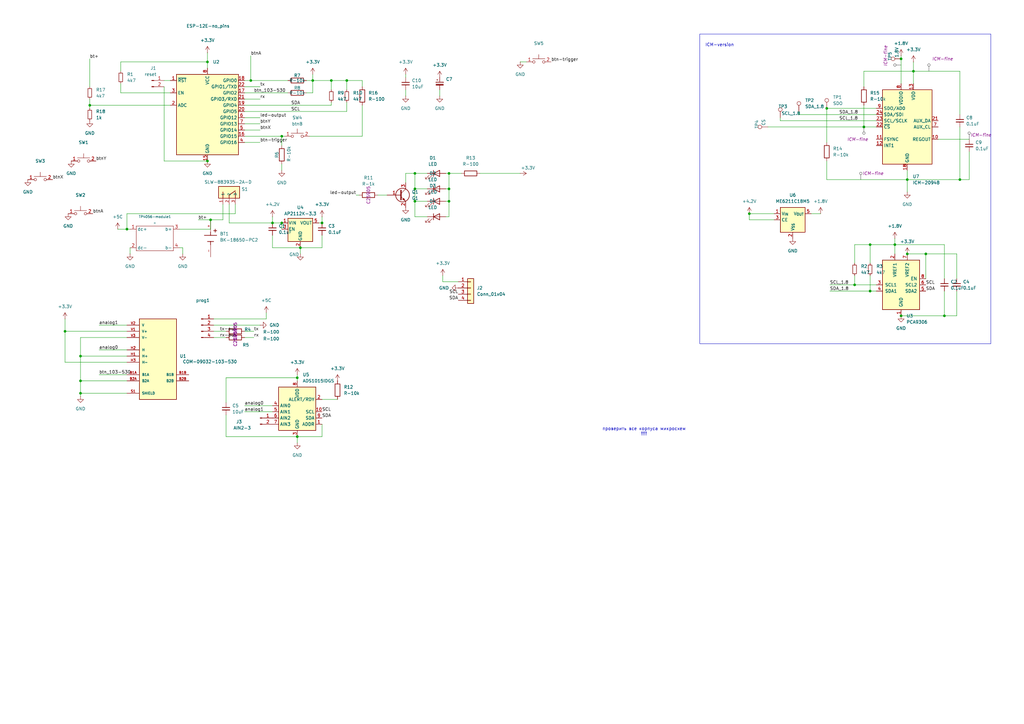
<source format=kicad_sch>
(kicad_sch (version 20231120) (generator "eeschema") (generator_version "8.0")
  (paper "A3")
  (junction (at 115.57 91.44))
  (junction (at 132.08 91.44))
  (junction (at 356.87 100.33))
  (junction (at 121.92 179.07))
  (junction (at 33.02 146.05))
  (junction (at 170.18 82.55))
  (junction (at 33.02 156.21))
  (junction (at 115.57 55.88))
  (junction (at 85.09 25.4))
  (junction (at 102.87 33.02))
  (junction (at 372.11 104.14))
  (junction (at 85.09 66.04))
  (junction (at 184.15 71.12))
  (junction (at 369.57 129.54))
  (junction (at 354.33 52.07))
  (junction (at 356.87 119.38))
  (junction (at 111.76 91.44))
  (junction (at 184.15 77.47))
  (junction (at 121.92 154.94))
  (junction (at 36.83 43.18))
  (junction (at 184.15 82.55))
  (junction (at 339.09 44.45))
  (junction (at 374.65 29.21))
  (junction (at 307.34 87.63))
  (junction (at 170.18 71.12))
  (junction (at 393.7 73.66))
  (junction (at 372.11 73.66))
  (junction (at 350.52 116.84))
  (junction (at 123.19 101.6))
  (junction (at 170.18 77.47))
  (junction (at 86.36 90.17))
  (junction (at 128.27 33.02))
  (junction (at 26.67 135.89))
  (junction (at 33.02 161.29))
  (junction (at 135.89 33.02))
  (junction (at 367.03 100.33))
  (junction (at 142.24 33.02))
  (junction (at 387.35 129.54))
  (junction (at 369.57 24.13))
  (junction (at 52.07 93.98))
  (junction (at 379.73 104.14))
  (wire (pts (xy 393.7 52.07) (xy 393.7 73.66)))
  (wire (pts (xy 100.33 38.1) (xy 118.11 38.1)))
  (wire (pts (xy 121.92 154.94) (xy 121.92 156.21)))
  (wire (pts (xy 166.37 30.48) (xy 166.37 31.75)))
  (wire (pts (xy 115.57 91.44) (xy 115.57 93.98)))
  (wire (pts (xy 379.73 114.3) (xy 379.73 104.14)))
  (wire (pts (xy 393.7 73.66) (xy 372.11 73.66)))
  (wire (pts (xy 96.52 87.63) (xy 96.52 83.82)))
  (wire (pts (xy 128.27 38.1) (xy 128.27 33.02)))
  (wire (pts (xy 100.33 43.18) (xy 135.89 43.18)))
  (wire (pts (xy 184.15 71.12) (xy 182.88 71.12)))
  (wire (pts (xy 33.02 138.43) (xy 52.07 138.43)))
  (wire (pts (xy 397.51 62.23) (xy 397.51 73.66)))
  (wire (pts (xy 170.18 71.12) (xy 175.26 71.12)))
  (wire (pts (xy 132.08 88.9) (xy 132.08 91.44)))
  (wire (pts (xy 85.09 21.59) (xy 85.09 25.4)))
  (wire (pts (xy 142.24 33.02) (xy 135.89 33.02)))
  (wire (pts (xy 181.61 115.57) (xy 187.96 115.57)))
  (wire (pts (xy 354.33 43.18) (xy 354.33 52.07)))
  (wire (pts (xy 367.03 97.79) (xy 367.03 100.33)))
  (wire (pts (xy 85.09 25.4) (xy 85.09 27.94)))
  (wire (pts (xy 393.7 46.99) (xy 393.7 29.21)))
  (wire (pts (xy 125.73 33.02) (xy 128.27 33.02)))
  (wire (pts (xy 339.09 66.04) (xy 339.09 73.66)))
  (wire (pts (xy 307.34 90.17) (xy 307.34 87.63)))
  (wire (pts (xy 182.88 88.9) (xy 184.15 88.9)))
  (wire (pts (xy 142.24 45.72) (xy 142.24 41.91)))
  (wire (pts (xy 369.57 22.86) (xy 369.57 24.13)))
  (wire (pts (xy 135.89 43.18) (xy 135.89 41.91)))
  (wire (pts (xy 123.19 104.14) (xy 123.19 101.6)))
  (wire (pts (xy 339.09 58.42) (xy 339.09 44.45)))
  (wire (pts (xy 73.66 93.98) (xy 86.36 93.98)))
  (wire (pts (xy 354.33 52.07) (xy 359.41 52.07)))
  (wire (pts (xy 49.53 29.21) (xy 49.53 25.4)))
  (wire (pts (xy 36.83 43.18) (xy 69.85 43.18)))
  (wire (pts (xy 350.52 100.33) (xy 356.87 100.33)))
  (wire (pts (xy 387.35 129.54) (xy 369.57 129.54)))
  (wire (pts (xy 184.15 71.12) (xy 184.15 77.47)))
  (wire (pts (xy 332.74 87.63) (xy 336.55 87.63)))
  (wire (pts (xy 327.66 46.99) (xy 359.41 46.99)))
  (wire (pts (xy 374.65 29.21) (xy 374.65 34.29)))
  (wire (pts (xy 354.33 29.21) (xy 354.33 35.56)))
  (wire (pts (xy 100.33 166.37) (xy 111.76 166.37)))
  (wire (pts (xy 33.02 162.56) (xy 33.02 161.29)))
  (wire (pts (xy 74.93 101.6) (xy 74.93 104.14)))
  (wire (pts (xy 111.76 88.9) (xy 111.76 91.44)))
  (wire (pts (xy 109.22 130.81) (xy 87.63 130.81)))
  (wire (pts (xy 67.31 35.56) (xy 67.31 66.04)))
  (wire (pts (xy 374.65 25.4) (xy 374.65 29.21)))
  (wire (pts (xy 379.73 104.14) (xy 372.11 104.14)))
  (wire (pts (xy 33.02 146.05) (xy 52.07 146.05)))
  (wire (pts (xy 93.98 91.44) (xy 93.98 83.82)))
  (wire (pts (xy 102.87 22.86) (xy 102.87 33.02)))
  (wire (pts (xy 339.09 44.45) (xy 359.41 44.45)))
  (wire (pts (xy 146.05 80.01) (xy 147.32 80.01)))
  (wire (pts (xy 91.44 90.17) (xy 91.44 83.82)))
  (wire (pts (xy 93.98 91.44) (xy 111.76 91.44)))
  (wire (pts (xy 182.88 82.55) (xy 184.15 82.55)))
  (wire (pts (xy 387.35 119.38) (xy 387.35 129.54)))
  (wire (pts (xy 372.11 73.66) (xy 372.11 78.74)))
  (wire (pts (xy 350.52 113.03) (xy 350.52 116.84)))
  (wire (pts (xy 392.43 129.54) (xy 387.35 129.54)))
  (wire (pts (xy 132.08 179.07) (xy 121.92 179.07)))
  (wire (pts (xy 49.53 25.4) (xy 85.09 25.4)))
  (wire (pts (xy 170.18 82.55) (xy 175.26 82.55)))
  (wire (pts (xy 33.02 146.05) (xy 33.02 156.21)))
  (wire (pts (xy 26.67 130.81) (xy 26.67 135.89)))
  (wire (pts (xy 102.87 33.02) (xy 118.11 33.02)))
  (wire (pts (xy 387.35 114.3) (xy 387.35 100.33)))
  (wire (pts (xy 170.18 82.55) (xy 170.18 77.47)))
  (wire (pts (xy 384.81 57.15) (xy 397.51 57.15)))
  (wire (pts (xy 392.43 114.3) (xy 392.43 104.14)))
  (wire (pts (xy 111.76 91.44) (xy 115.57 91.44)))
  (wire (pts (xy 125.73 38.1) (xy 128.27 38.1)))
  (wire (pts (xy 181.61 113.03) (xy 181.61 115.57)))
  (wire (pts (xy 314.96 52.07) (xy 354.33 52.07)))
  (wire (pts (xy 367.03 100.33) (xy 367.03 104.14)))
  (wire (pts (xy 106.68 50.8) (xy 100.33 50.8)))
  (wire (pts (xy 52.07 93.98) (xy 53.34 93.98)))
  (wire (pts (xy 106.68 48.26) (xy 100.33 48.26)))
  (wire (pts (xy 115.57 67.31) (xy 115.57 69.85)))
  (wire (pts (xy 100.33 58.42) (xy 106.68 58.42)))
  (wire (pts (xy 67.31 33.02) (xy 69.85 33.02)))
  (wire (pts (xy 132.08 91.44) (xy 130.81 91.44)))
  (wire (pts (xy 49.53 34.29) (xy 49.53 38.1)))
  (wire (pts (xy 170.18 77.47) (xy 170.18 71.12)))
  (wire (pts (xy 100.33 45.72) (xy 142.24 45.72)))
  (wire (pts (xy 40.64 153.67) (xy 52.07 153.67)))
  (wire (pts (xy 111.76 96.52) (xy 111.76 101.6)))
  (wire (pts (xy 166.37 74.93) (xy 166.37 71.12)))
  (wire (pts (xy 115.57 59.69) (xy 115.57 55.88)))
  (wire (pts (xy 26.67 148.59) (xy 52.07 148.59)))
  (wire (pts (xy 121.92 179.07) (xy 121.92 181.61)))
  (wire (pts (xy 175.26 77.47) (xy 170.18 77.47)))
  (wire (pts (xy 73.66 101.6) (xy 74.93 101.6)))
  (wire (pts (xy 340.36 119.38) (xy 356.87 119.38)))
  (wire (pts (xy 356.87 113.03) (xy 356.87 119.38)))
  (wire (pts (xy 369.57 24.13) (xy 369.57 34.29)))
  (wire (pts (xy 53.34 104.14) (xy 53.34 101.6)))
  (wire (pts (xy 356.87 100.33) (xy 367.03 100.33)))
  (wire (pts (xy 121.92 153.67) (xy 121.92 154.94)))
  (wire (pts (xy 26.67 135.89) (xy 26.67 148.59)))
  (wire (pts (xy 392.43 119.38) (xy 392.43 129.54)))
  (wire (pts (xy 170.18 88.9) (xy 170.18 82.55)))
  (wire (pts (xy 128.27 33.02) (xy 128.27 30.48)))
  (wire (pts (xy 142.24 36.83) (xy 142.24 33.02)))
  (wire (pts (xy 166.37 36.83) (xy 166.37 39.37)))
  (wire (pts (xy 106.68 35.56) (xy 100.33 35.56)))
  (wire (pts (xy 184.15 82.55) (xy 184.15 77.47)))
  (wire (pts (xy 356.87 119.38) (xy 359.41 119.38)))
  (wire (pts (xy 148.59 55.88) (xy 127 55.88)))
  (wire (pts (xy 48.26 93.98) (xy 52.07 93.98)))
  (wire (pts (xy 36.83 43.18) (xy 36.83 44.45)))
  (wire (pts (xy 148.59 43.18) (xy 148.59 55.88)))
  (wire (pts (xy 33.02 161.29) (xy 33.02 156.21)))
  (wire (pts (xy 87.63 138.43) (xy 92.71 138.43)))
  (wire (pts (xy 132.08 163.83) (xy 138.43 163.83)))
  (wire (pts (xy 350.52 116.84) (xy 359.41 116.84)))
  (wire (pts (xy 372.11 69.85) (xy 372.11 73.66)))
  (wire (pts (xy 196.85 71.12) (xy 213.36 71.12)))
  (wire (pts (xy 387.35 100.33) (xy 367.03 100.33)))
  (wire (pts (xy 26.67 135.89) (xy 52.07 135.89)))
  (wire (pts (xy 86.36 90.17) (xy 86.36 93.98)))
  (wire (pts (xy 132.08 101.6) (xy 123.19 101.6)))
  (wire (pts (xy 52.07 87.63) (xy 96.52 87.63)))
  (wire (pts (xy 213.36 25.4) (xy 215.9 25.4)))
  (wire (pts (xy 132.08 96.52) (xy 132.08 101.6)))
  (wire (pts (xy 52.07 93.98) (xy 52.07 87.63)))
  (wire (pts (xy 100.33 168.91) (xy 111.76 168.91)))
  (wire (pts (xy 148.59 35.56) (xy 148.59 33.02)))
  (wire (pts (xy 40.64 133.35) (xy 52.07 133.35)))
  (wire (pts (xy 340.36 116.84) (xy 350.52 116.84)))
  (wire (pts (xy 354.33 29.21) (xy 374.65 29.21)))
  (wire (pts (xy 100.33 138.43) (xy 104.14 138.43)))
  (wire (pts (xy 33.02 156.21) (xy 52.07 156.21)))
  (wire (pts (xy 184.15 82.55) (xy 184.15 88.9)))
  (wire (pts (xy 128.27 33.02) (xy 135.89 33.02)))
  (wire (pts (xy 392.43 104.14) (xy 379.73 104.14)))
  (wire (pts (xy 109.22 128.27) (xy 109.22 130.81)))
  (wire (pts (xy 132.08 173.99) (xy 132.08 179.07)))
  (wire (pts (xy 339.09 73.66) (xy 372.11 73.66)))
  (wire (pts (xy 307.34 87.63) (xy 317.5 87.63)))
  (wire (pts (xy 393.7 29.21) (xy 374.65 29.21)))
  (wire (pts (xy 81.28 90.17) (xy 86.36 90.17)))
  (wire (pts (xy 135.89 36.83) (xy 135.89 33.02)))
  (wire (pts (xy 102.87 33.02) (xy 100.33 33.02)))
  (wire (pts (xy 180.34 36.83) (xy 180.34 39.37)))
  (wire (pts (xy 86.36 90.17) (xy 91.44 90.17)))
  (wire (pts (xy 92.71 179.07) (xy 121.92 179.07)))
  (wire (pts (xy 36.83 24.13) (xy 36.83 35.56)))
  (wire (pts (xy 92.71 170.18) (xy 92.71 179.07)))
  (wire (pts (xy 106.68 53.34) (xy 100.33 53.34)))
  (wire (pts (xy 327.66 46.99) (xy 327.66 45.72)))
  (wire (pts (xy 36.83 40.64) (xy 36.83 43.18)))
  (wire (pts (xy 175.26 88.9) (xy 170.18 88.9)))
  (wire (pts (xy 148.59 33.02) (xy 142.24 33.02)))
  (wire (pts (xy 106.68 40.64) (xy 100.33 40.64)))
  (wire (pts (xy 116.84 55.88) (xy 115.57 55.88)))
  (wire (pts (xy 397.51 73.66) (xy 393.7 73.66)))
  (wire (pts (xy 166.37 71.12) (xy 170.18 71.12)))
  (wire (pts (xy 320.04 48.26) (xy 320.04 49.53)))
  (wire (pts (xy 33.02 138.43) (xy 33.02 146.05)))
  (wire (pts (xy 189.23 71.12) (xy 184.15 71.12)))
  (wire (pts (xy 87.63 133.35) (xy 106.68 133.35)))
  (wire (pts (xy 33.02 161.29) (xy 52.07 161.29)))
  (wire (pts (xy 356.87 100.33) (xy 356.87 107.95)))
  (wire (pts (xy 87.63 135.89) (xy 92.71 135.89)))
  (wire (pts (xy 92.71 165.1) (xy 92.71 154.94)))
  (wire (pts (xy 350.52 107.95) (xy 350.52 100.33)))
  (wire (pts (xy 317.5 90.17) (xy 307.34 90.17)))
  (wire (pts (xy 100.33 135.89) (xy 104.14 135.89)))
  (wire (pts (xy 111.76 101.6) (xy 123.19 101.6)))
  (wire (pts (xy 92.71 154.94) (xy 121.92 154.94)))
  (wire (pts (xy 115.57 55.88) (xy 100.33 55.88)))
  (wire (pts (xy 49.53 38.1) (xy 69.85 38.1)))
  (wire (pts (xy 40.64 143.51) (xy 52.07 143.51)))
  (wire (pts (xy 320.04 49.53) (xy 359.41 49.53)))
  (wire (pts (xy 184.15 77.47) (xy 182.88 77.47)))
  (wire (pts (xy 67.31 66.04) (xy 85.09 66.04)))
  (wire (pts (xy 154.94 80.01) (xy 158.75 80.01)))
  (rectangle (start 287.02 13.97) (end 406.4 140.97))
  (text "проверить все корпуса микросхем\n!!!!" (at 264.16 177.038 0) (effects (font (size 1.27 1.27))))
  (text "ICM-version" (at 295.148 18.542 0) (effects (font (size 1.27 1.27))))
  (label "btn_103-530" (at 104.14 38.1 0))
  (label "btnA" (at 102.87 22.86 0))
  (label "SCL_1.8" (at 344.17 49.53 0))
  (label "btnA" (at 38.1 87.63 0))
  (label "SCL" (at 379.73 116.84 0))
  (label "SDA" (at 119.38 43.18 0))
  (label "led-output" (at 146.05 80.01 180))
  (label "tx" (at 106.68 35.56 0))
  (label "btnY" (at 106.68 50.8 0))
  (label "bt+" (at 36.83 24.13 0))
  (label "led-output" (at 106.68 48.26 0))
  (label "SDA" (at 379.73 119.38 0))
  (label "SDA_1.8" (at 340.36 119.38 0))
  (label "analog1" (at 100.33 168.91 0))
  (label "SDA" (at 187.96 123.19 180))
  (label "btnX" (at 21.59 73.66 0))
  (label "tx-out" (at 90.17 135.89 0))
  (label "btn_103-530" (at 40.64 153.67 0))
  (label "bt+" (at 81.28 90.17 0))
  (label "tx" (at 104.14 135.89 0))
  (label "analog0" (at 100.33 166.37 0))
  (label "SDA" (at 132.08 171.45 0))
  (label "rx" (at 106.68 40.64 0))
  (label "analog1" (at 40.64 133.35 0))
  (label "rx" (at 104.14 138.43 0))
  (label "SDA_1.8" (at 344.17 46.99 0))
  (label "rx-out" (at 90.17 138.43 0))
  (label "btn-trigger" (at 106.68 58.42 0))
  (label "btnX" (at 106.68 53.34 0))
  (label "SCL" (at 187.96 120.65 180))
  (label "btnY" (at 39.37 66.04 0))
  (label "btn-trigger" (at 226.06 25.4 0))
  (label "SCL" (at 132.08 168.91 0))
  (label "SCL" (at 119.38 45.72 0))
  (label "analog0" (at 40.64 143.51 0))
  (label "SCL_1.8" (at 340.36 116.84 0))
  (netclass_flag "" (length 2.54) (shape round) (at 354.33 52.07 180) (property "Netclass" "ICM-fine" (at 356.108 57.15 0) (effects (font (italic yes)) (justify right))))
  (netclass_flag "" (length 2.54) (shape round) (at 397.51 57.15 0) (property "Netclass" "ICM-fine" (at 398.018 55.372 0) (effects (font (italic yes)) (justify left))))
  (netclass_flag "" (length 2.54) (shape round) (at 369.57 26.67 90) (property "Netclass" "ICM-fine" (at 363.22 27.178 90) (effects (font (italic yes)) (justify left))))
  (netclass_flag "" (length 2.54) (shape round) (at 381 29.21 0) (property "Netclass" "ICM-fine" (at 382.27 24.13 0) (effects (font (italic yes)) (justify left))))
  (netclass_flag "" (length 2.54) (shape round) (at 353.06 73.66 0) (property "Netclass" "ICM-fine" (at 353.7585 71.12 0) (effects (font (italic yes)) (justify left))))
  (symbol (lib_id "Device:C_Polarized_Small") (at 180.34 34.29 0) (unit 1)
    (property "Reference" "C7" (at 182.88 32.4738 0) (effects (justify left)))
    (property "Value" "0.1uF" (effects (hide yes)))
    (property "Footprint" "Resistor_SMD:R_0805_2012Metric_Pad1.20x1.40mm_HandSolder" (effects (hide yes)))
    (property "Description" "Polarized capacitor, small symbol" (effects (hide yes)))
  )
  (symbol (lib_id "power:+3.3V") (at 372.11 104.14 0) (unit 1)
    (property "Reference" "#PWR016" (effects (hide yes)))
    (property "Value" "+3.3V" (at 372.11 99.06 0))
    (property "Description" "Power symbol creates a global label with name \"+3.3V\"" (effects (hide yes)))
  )
  (symbol (lib_id "power:GND") (at 372.11 78.74 0) (unit 1)
    (property "Reference" "#PWR036" (effects (hide yes)))
    (property "Value" "GND" (at 372.11 83.82 0))
    (property "Description" "Power symbol creates a global label with name \"GND\" , ground" (effects (hide yes)))
  )
  (symbol (lib_id "models:R-10k") (at 121.92 33.02 90) (unit 1)
    (property "Reference" "R7" (at 121.92 30.988 90))
    (property "Value" "R-10k" (at 121.92 33.02 90))
    (property "Footprint" "Resistor_SMD:R_0805_2012Metric_Pad1.20x1.40mm_HandSolder" (effects (hide yes)))
    (property "Description" "Resistor" (effects (hide yes)))
    (property "LCSC Part" "C17414" (effects (hide yes)))
    (property "Supplier" "LCSCRef" (effects (hide yes)))
    (property "JLCPCB Part" "C17414" (effects (hide yes)))
  )
  (symbol (lib_id "power:+3.3V") (at 180.34 31.75 0) (unit 1)
    (property "Reference" "#PWR025" (effects (hide yes)))
    (property "Value" "+3.3V" (at 180.34 26.67 0))
    (property "Description" "Power symbol creates a global label with name \"+3.3V\"" (effects (hide yes)))
  )
  (symbol (lib_id "models:R-10k") (at 193.04 71.12 90) (unit 1)
    (property "Reference" "R13" (at 193.04 64.77 90))
    (property "Value" "R-100" (at 193.04 67.31 90))
    (property "Footprint" "Resistor_SMD:R_0805_2012Metric_Pad1.20x1.40mm_HandSolder" (effects (hide yes)))
    (property "Description" "Resistor" (effects (hide yes)))
    (property "JLCPCB Part" "C17414" (effects (hide yes)))
  )
  (symbol (lib_id "Connector:Conn_01x02_Pin") (at 106.68 171.45 0) (unit 1)
    (property "Reference" "J3" (at 98.044 172.974 0))
    (property "Value" "AIN2-3" (at 99.314 175.514 0))
    (property "Footprint" "Connector_PinHeader_2.54mm:PinHeader_2x01_P2.54mm_Vertical" (effects (hide yes)))
    (property "Description" "Generic connector, single row, 01x02, script generated" (effects (hide yes)))
  )
  (symbol (lib_id "models:MMBT5551-npn") (at 163.83 80.01 0) (unit 1)
    (property "Reference" "Q1" (at 168.91 78.7399 0) (effects (justify left)))
    (property "Value" "G1" (at 168.91 81.2799 0) (effects (justify left)))
    (property "Footprint" "Package_TO_SOT_SMD:SOT-23" (effects (hide yes)))
    (property "Datasheet" "www.onsemi.com/pub/Collateral/MMBT5550LT1-D.PDF" (effects (hide yes)))
    (property "Description" "160V 300mW 200@10mA,5V 600mA NPN SOT-23 Bipolar (BJT) ROHS" (effects (hide yes)))
    (property "LCSC Part" "C2145" (effects (hide yes)))
    (property "Supplier" "LCSCRef" (effects (hide yes)))
    (property "JLCPCB Part" "C2145" (effects (hide yes)))
  )
  (symbol (lib_id "power:GND") (at 166.37 39.37 0) (unit 1)
    (property "Reference" "#PWR039" (effects (hide yes)))
    (property "Value" "GND" (at 166.37 44.45 0))
    (property "Description" "Power symbol creates a global label with name \"GND\" , ground" (effects (hide yes)))
  )
  (symbol (lib_id "power:+3.3V") (at 367.03 97.79 0) (unit 1)
    (property "Reference" "#PWR014" (effects (hide yes)))
    (property "Value" "+1.8V" (at 367.03 92.71 0))
    (property "Description" "Power symbol creates a global label with name \"+3.3V\"" (effects (hide yes)))
  )
  (symbol (lib_id "power:+5C") (at 48.26 93.98 0) (unit 1)
    (property "Reference" "#PWR08" (effects (hide yes)))
    (property "Value" "+5C" (at 48.26 88.9 0))
    (property "Description" "Power symbol creates a global label with name \"+5C\"" (effects (hide yes)))
  )
  (symbol (lib_id "power:+3.3V") (at 213.36 71.12 270) (unit 1)
    (property "Reference" "#PWR031" (effects (hide yes)))
    (property "Value" "+3.3V" (at 213.614 68.834 90) (effects (justify left)))
    (property "Description" "Power symbol creates a global label with name \"+3.3V\"" (effects (hide yes)))
  )
  (symbol (lib_id "power:+3.3V") (at 132.08 88.9 0) (unit 1)
    (property "Reference" "#PWR020" (effects (hide yes)))
    (property "Value" "+3.3V" (at 132.08 83.82 0))
    (property "Description" "Power symbol creates a global label with name \"+3.3V\"" (effects (hide yes)))
  )
  (symbol (lib_id "power:GND") (at 106.68 133.35 90) (unit 1)
    (property "Reference" "#PWR018" (effects (hide yes)))
    (property "Value" "GND" (at 110.49 133.3499 90) (effects (justify right)))
    (property "Description" "Power symbol creates a global label with name \"GND\" , ground" (effects (hide yes)))
  )
  (symbol (lib_id "models:TP4056-module_short") (at 60.96 97.79 0) (unit 1)
    (property "Reference" "TP4056-module1" (at 63.5 88.9 0) (effects (font (size 1 1))))
    (property "Value" "~" (at 63.5 91.44 0))
    (property "Footprint" "module-custom-for-esp8266:TP4056-short" (effects (hide yes)))
  )
  (symbol (lib_id "Device:C_Small") (at 132.08 93.98 0) (unit 1)
    (property "Reference" "C3" (at 134.62 92.7162 0) (effects (justify left)))
    (property "Value" "0.1uF" (at 134.62 95.2562 0) (effects (justify left)))
    (property "Footprint" "Resistor_SMD:R_0805_2012Metric_Pad1.20x1.40mm_HandSolder" (effects (hide yes)))
    (property "Description" "Unpolarized capacitor, small symbol" (effects (hide yes)))
  )
  (symbol (lib_id "Sensor_Motion:ICM-20948") (at 372.11 52.07 0) (unit 1)
    (property "Reference" "U7" (at 374.3041 72.39 0) (effects (justify left)))
    (property "Value" "ICM-20948" (at 374.3041 74.93 0) (effects (justify left)))
    (property "Footprint" "Sensor_Motion:InvenSense_QFN-24_3x3mm_P0.4mm" (effects (hide yes)))
    (property "Datasheet" "http://www.invensense.com/wp-content/uploads/2016/06/DS-000189-ICM-20948-v1.3.pdf" (effects (hide yes)))
    (property "Description" "InvenSense 9-Axis Motion Sensor, Accelerometer, Gyroscope, Compass, I2C/SPI, QFN-24" (effects (hide yes)))
  )
  (symbol (lib_id "Connector:TestPoint") (at 339.09 44.45 0) (unit 1)
    (property "Reference" "TP1" (at 341.63 39.8779 0) (effects (justify left)))
    (property "Value" "SDO" (at 341.63 42.4179 0) (effects (justify left)))
    (property "Footprint" "TestPoint:TestPoint_Pad_1.0x1.0mm" (effects (hide yes)))
    (property "Description" "test point" (effects (hide yes)))
  )
  (symbol (lib_id "power:+3.3V") (at 166.37 30.48 0) (unit 1)
    (property "Reference" "#PWR038" (effects (hide yes)))
    (property "Value" "+3.3V" (at 166.37 25.4 0))
    (property "Description" "Power symbol creates a global label with name \"+3.3V\"" (effects (hide yes)))
  )
  (symbol (lib_id "power:GND") (at 74.93 104.14 0) (unit 1)
    (property "Reference" "#PWR010" (effects (hide yes)))
    (property "Value" "GND" (at 74.93 109.22 0))
    (property "Description" "Power symbol creates a global label with name \"GND\" , ground" (effects (hide yes)))
  )
  (symbol (lib_id "power:GND") (at 85.09 66.04 0) (unit 1)
    (property "Reference" "#PWR013" (effects (hide yes)))
    (property "Value" "GND" (at 85.09 71.12 0))
    (property "Description" "Power symbol creates a global label with name \"GND\" , ground" (effects (hide yes)))
  )
  (symbol (lib_id "power:+3.3V") (at 181.61 113.03 0) (unit 1)
    (property "Reference" "#PWR022" (effects (hide yes)))
    (property "Value" "+3.3V" (at 181.61 107.95 0))
    (property "Description" "Power symbol creates a global label with name \"+3.3V\"" (effects (hide yes)))
  )
  (symbol (lib_id "power:+3.3V") (at 374.65 25.4 0) (unit 1)
    (property "Reference" "#PWR037" (effects (hide yes)))
    (property "Value" "+3.3V" (at 374.65 20.32 0))
    (property "Description" "Power symbol creates a global label with name \"+3.3V\"" (effects (hide yes)))
  )
  (symbol (lib_id "power:GND") (at 11.43 73.66 0) (unit 1)
    (property "Reference" "#PWR04" (effects (hide yes)))
    (property "Value" "GND" (at 11.43 78.74 0))
    (property "Description" "Power symbol creates a global label with name \"GND\" , ground" (effects (hide yes)))
  )
  (symbol (lib_id "Device:C_Small") (at 392.43 116.84 0) (unit 1)
    (property "Reference" "C4" (at 394.97 115.5762 0) (effects (justify left)))
    (property "Value" "0.1uF" (at 394.97 118.1162 0) (effects (justify left)))
    (property "Footprint" "Resistor_SMD:R_0805_2012Metric_Pad1.20x1.40mm_HandSolder" (effects (hide yes)))
    (property "Description" "Unpolarized capacitor, small symbol" (effects (hide yes)))
  )
  (symbol (lib_id "power:GND") (at 166.37 85.09 0) (unit 1)
    (property "Reference" "#PWR029" (effects (hide yes)))
    (property "Value" "GND" (at 166.37 90.17 0))
    (property "Description" "Power symbol creates a global label with name \"GND\" , ground" (effects (hide yes)))
  )
  (symbol (lib_id "power:+5C") (at 109.22 128.27 0) (unit 1)
    (property "Reference" "#PWR019" (effects (hide yes)))
    (property "Value" "+5C" (at 109.22 123.19 0))
    (property "Description" "Power symbol creates a global label with name \"+5C\"" (effects (hide yes)))
  )
  (symbol (lib_id "power:GND") (at 180.34 39.37 0) (unit 1)
    (property "Reference" "#PWR026" (effects (hide yes)))
    (property "Value" "GND" (at 180.34 44.45 0))
    (property "Description" "Power symbol creates a global label with name \"GND\" , ground" (effects (hide yes)))
  )
  (symbol (lib_id "power:GND") (at 53.34 104.14 0) (unit 1)
    (property "Reference" "#PWR09" (effects (hide yes)))
    (property "Value" "GND" (at 53.34 109.22 0))
    (property "Description" "Power symbol creates a global label with name \"GND\" , ground" (effects (hide yes)))
  )
  (symbol (lib_id "models:SW_PUSH_6mm_H4.3mm") (at 34.29 66.04 0) (unit 1)
    (property "Reference" "SW1" (at 34.29 58.42 0))
    (property "Value" "SW_PUSH_6mm_H4.3mm" (effects (hide yes)))
    (property "Footprint" "module-custom-for-esp8266:SW_PUSH_6mm_H4.3mm" (effects (hide yes)))
    (property "Description" "Push button switch, generic, separate symbols, four pins" (effects (hide yes)))
  )
  (symbol (lib_id "models:COM-09032-103-530") (at 64.77 146.05 0) (unit 1)
    (property "Reference" "U1" (at 73.66 146.0499 0) (effects (justify left)))
    (property "Value" "COM-09032-103-530" (at 74.93 148.336 0) (effects (justify left)))
    (property "Footprint" "module-custom-for-esp8266:XDCR_COM-09032-103-530" (effects (hide yes)))
    (property "MF" "SparkFun Electronics" (effects (hide yes)))
    (property "MAXIMUM_PACKAGE_HEIGHT" "30.1mm" (effects (hide yes)))
    (property "Package" "Package" (effects (hide yes)))
    (property "Price" "None" (effects (hide yes)))
    (property "Check_prices" "https://www.snapeda.com/parts/COM-09032/SparkFun/view-part/?ref=eda" (effects (hide yes)))
    (property "STANDARD" "Manufacturer Recommendations" (effects (hide yes)))
    (property "PARTREV" "N/A" (effects (hide yes)))
    (property "SnapEDA_Link" "https://www.snapeda.com/parts/COM-09032/SparkFun/view-part/?ref=snap" (effects (hide yes)))
    (property "MP" "COM-09032" (effects (hide yes)))
    (property "Purchase-URL" "https://www.snapeda.com/api/url_track_click_mouser/?unipart_id=888157&manufacturer=SparkFun Electronics&part_name=COM-09032&search_term=None" (effects (hide yes)))
    (property "Description_1" "\n                        \n                            Joystick, 2 - Axis Analog (Resistive) Output\n                        \n" (effects (hide yes)))
    (property "Availability" "Not in stock" (effects (hide yes)))
    (property "MANUFACTURER" "SparkFun Electronics" (effects (hide yes)))
  )
  (symbol (lib_id "Device:R_Small") (at 49.53 31.75 0) (unit 1)
    (property "Reference" "R1" (at 52.07 30.4799 0) (effects (justify left)))
    (property "Value" "4k7" (at 52.07 33.0199 0) (effects (justify left)))
    (property "Footprint" "Resistor_SMD:R_0805_2012Metric_Pad1.20x1.40mm_HandSolder" (effects (hide yes)))
    (property "Description" "Resistor, small symbol" (effects (hide yes)))
  )
  (symbol (lib_id "Analog_ADC:ADS1015IDGS") (at 121.92 168.91 0) (unit 1)
    (property "Reference" "U5" (at 124.1141 153.67 0) (effects (justify left)))
    (property "Value" "ADS1015IDGS" (at 124.1141 156.21 0) (effects (justify left)))
    (property "Footprint" "Package_SO:VSSOP-10_3x3mm_P0.5mm" (effects (hide yes)))
    (property "Datasheet" "http://www.ti.com/lit/ds/symlink/ads1015.pdf" (effects (hide yes)))
    (property "Description" "Ultra-Small, Low-Power, I2C-Compatible, 3.3-kSPS, 12-Bit ADCs With Internal Reference, Oscillator, and Programmable Comparator, VSSOP-10" (effects (hide yes)))
  )
  (symbol (lib_id "models:SW_PUSH_6mm_H4.3mm") (at 220.98 25.4 0) (unit 1)
    (property "Reference" "SW5" (at 220.98 17.78 0))
    (property "Value" "SW_PUSH_6mm_H4.3mm" (effects (hide yes)))
    (property "Footprint" "module-custom-for-esp8266:SW_PUSH_6mm_H4.3mm" (effects (hide yes)))
    (property "Description" "Push button switch, generic, separate symbols, four pins" (effects (hide yes)))
  )
  (symbol (lib_id "power:GND") (at 121.92 181.61 0) (unit 1)
    (property "Reference" "#PWR028" (effects (hide yes)))
    (property "Value" "GND" (at 121.92 186.69 0))
    (property "Description" "Power symbol creates a global label with name \"GND\" , ground" (effects (hide yes)))
  )
  (symbol (lib_id "Device:R_Small") (at 36.83 46.99 0) (unit 1)
    (property "Reference" "R18" (at 39.37 45.7199 0) (effects (justify left)))
    (property "Value" "1k" (at 39.37 48.2599 0) (effects (justify left)))
    (property "Footprint" "Resistor_SMD:R_0805_2012Metric_Pad1.20x1.40mm_HandSolder" (effects (hide yes)))
    (property "Description" "Resistor, small symbol" (effects (hide yes)))
  )
  (symbol (lib_id "Device:R_Small") (at 350.52 110.49 0) (unit 1)
    (property "Reference" "R2" (at 353.06 109.2199 0) (effects (justify left)))
    (property "Value" "4k7" (at 353.06 111.7599 0) (effects (justify left)))
    (property "Footprint" "Resistor_SMD:R_0805_2012Metric_Pad1.20x1.40mm_HandSolder" (effects (hide yes)))
    (property "Description" "Resistor, small symbol" (effects (hide yes)))
  )
  (symbol (lib_id "Connector:Conn_01x02_Pin") (at 62.23 33.02 0) (unit 1)
    (property "Reference" "J1" (at 62.865 27.94 0))
    (property "Value" "reset" (at 61.722 30.48 0))
    (property "Footprint" "Connector_PinHeader_2.54mm:PinHeader_2x01_P2.54mm_Vertical" (effects (hide yes)))
    (property "Description" "Generic connector, single row, 01x02, script generated" (effects (hide yes)))
  )
  (symbol (lib_id "models:R-1k") (at 96.52 135.89 270) (unit 1)
    (property "Reference" "R4" (at 101.6 135.128 90))
    (property "Value" "R-100" (at 111.252 136.144 90))
    (property "Footprint" "Resistor_SMD:R_0805_2012Metric_Pad1.20x1.40mm_HandSolder" (effects (hide yes)))
    (property "Description" "Resistor" (effects (hide yes)))
    (property "LCSC Part" "C25905" (effects (hide yes)))
    (property "Supplier" "LCSCRef" (effects (hide yes)))
    (property "JLCPCB Part" "C25905" (at 96.52 135.89 0))
  )
  (symbol (lib_id "power:+3.3V") (at 85.09 21.59 0) (unit 1)
    (property "Reference" "#PWR012" (effects (hide yes)))
    (property "Value" "+3.3V" (at 85.09 16.51 0))
    (property "Description" "Power symbol creates a global label with name \"+3.3V\"" (effects (hide yes)))
  )
  (symbol (lib_id "Device:C_Small") (at 393.7 49.53 0) (unit 1)
    (property "Reference" "C8" (at 396.24 48.2662 0) (effects (justify left)))
    (property "Value" "0.1uF" (at 396.24 50.8062 0) (effects (justify left)))
    (property "Footprint" "Resistor_SMD:R_0805_2012Metric_Pad1.20x1.40mm_HandSolder" (effects (hide yes)))
    (property "Description" "Unpolarized capacitor, small symbol" (effects (hide yes)))
  )
  (symbol (lib_id "models:OS102011MS2QN1_SlideSwitch") (at 93.98 78.74 90) (unit 1)
    (property "Reference" "S1" (at 99.06 77.5969 90) (effects (justify right)))
    (property "Value" "SLW-883935-2A-D" (at 83.82 74.676 90) (effects (justify right)))
    (property "Footprint" "module-custom-for-esp8266:SW_OS102011MS2QN1_slideSwitch" (effects (hide yes)))
    (property "MF" "Same Sky" (effects (hide yes)))
    (property "MAXIMUM_PACKAGE_HEIGHT" "6.1mm" (effects (hide yes)))
    (property "Package" "Package" (effects (hide yes)))
    (property "Price" "None" (effects (hide yes)))
    (property "PARTREV" "1.01" (effects (hide yes)))
    (property "MP" "OS102011MS2QN1" (effects (hide yes)))
  )
  (symbol (lib_id "models:R-1k") (at 151.13 80.01 270) (unit 1)
    (property "Reference" "R11" (at 151.13 72.898 90))
    (property "Value" "R-1k" (at 151.13 75.438 90))
    (property "Footprint" "Resistor_SMD:R_0805_2012Metric_Pad1.20x1.40mm_HandSolder" (effects (hide yes)))
    (property "Description" "Resistor" (effects (hide yes)))
    (property "LCSC Part" "C25905" (effects (hide yes)))
    (property "Supplier" "LCSCRef" (effects (hide yes)))
    (property "JLCPCB Part" "C25905" (at 151.13 80.01 0))
  )
  (symbol (lib_id "models:R-10k") (at 148.59 39.37 180) (unit 1)
    (property "Reference" "R16" (at 151.13 38.0999 0) (effects (justify right)))
    (property "Value" "R-100" (at 151.13 40.6399 0) (effects (justify right)))
    (property "Footprint" "Resistor_SMD:R_0805_2012Metric_Pad1.20x1.40mm_HandSolder" (effects (hide yes)))
    (property "Description" "Resistor" (effects (hide yes)))
    (property "JLCPCB Part" "C17414" (effects (hide yes)))
  )
  (symbol (lib_id "power:GND") (at 213.36 25.4 0) (unit 1)
    (property "Reference" "#PWR07" (effects (hide yes)))
    (property "Value" "GND" (at 213.36 30.48 0))
    (property "Description" "Power symbol creates a global label with name \"GND\" , ground" (effects (hide yes)))
  )
  (symbol (lib_id "Connector:TestPoint") (at 320.04 48.26 0) (unit 1)
    (property "Reference" "TP3" (at 319.278 43.688 0) (effects (justify left)))
    (property "Value" "SCL_1.8" (at 320.548 46.482 0) (effects (justify left)))
    (property "Footprint" "TestPoint:TestPoint_Pad_1.0x1.0mm" (effects (hide yes)))
    (property "Description" "test point" (effects (hide yes)))
  )
  (symbol (lib_id "Device:C_Small") (at 111.76 93.98 0) (unit 1)
    (property "Reference" "C1" (at 114.3 92.7162 0) (effects (justify left)))
    (property "Value" "0.1uF" (at 114.3 95.2562 0) (effects (justify left)))
    (property "Footprint" "Resistor_SMD:R_0805_2012Metric_Pad1.20x1.40mm_HandSolder" (effects (hide yes)))
    (property "Description" "Unpolarized capacitor, small symbol" (effects (hide yes)))
  )
  (symbol (lib_id "power:+3.3V") (at 307.34 87.63 0) (unit 1)
    (property "Reference" "#PWR032" (effects (hide yes)))
    (property "Value" "+4.2V" (at 307.34 82.55 0))
    (property "Description" "Power symbol creates a global label with name \"+3.3V\"" (effects (hide yes)))
  )
  (symbol (lib_id "Device:R_Small") (at 356.87 110.49 0) (unit 1)
    (property "Reference" "R3" (at 359.41 109.2199 0) (effects (justify left)))
    (property "Value" "4k7" (at 359.41 111.7599 0) (effects (justify left)))
    (property "Footprint" "Resistor_SMD:R_0805_2012Metric_Pad1.20x1.40mm_HandSolder" (effects (hide yes)))
    (property "Description" "Resistor, small symbol" (effects (hide yes)))
  )
  (symbol (lib_id "Regulator_Linear:AP2112K-3.3") (at 123.19 93.98 0) (unit 1)
    (property "Reference" "U4" (at 123.19 85.09 0))
    (property "Value" "AP2112K-3.3" (at 123.19 87.63 0))
    (property "Footprint" "module-custom-for-esp8266:SOT25" (effects (hide yes)))
    (property "Datasheet" "https://www.diodes.com/assets/Datasheets/AP2112.pdf" (effects (hide yes)))
    (property "Description" "600mA low dropout linear regulator, with enable pin, 3.8V-6V input voltage range, 3.3V fixed positive output, SOT-23-5" (effects (hide yes)))
  )
  (symbol (lib_id "models:ESP-12E-no_pins") (at 85.09 48.26 0) (unit 1)
    (property "Reference" "U2" (at 87.2841 25.4 0) (effects (justify left)))
    (property "Value" "ESP-12E-no_pins" (at 76.454 10.668 0) (effects (justify left)))
    (property "Footprint" "module-custom-for-esp8266:ESP-12E_no_pins" (effects (hide yes)))
    (property "Datasheet" "http://wiki.ai-thinker.com/_media/esp8266/esp8266_series_modules_user_manual_v1.1.pdf" (effects (hide yes)))
    (property "Description" "802.11 b/g/n Wi-Fi Module" (effects (hide yes)))
  )
  (symbol (lib_id "Device:C_Small") (at 387.35 116.84 0) (unit 1)
    (property "Reference" "C2" (at 389.89 115.5762 0) (effects (justify left)))
    (property "Value" "0.1uF" (at 389.89 118.1162 0) (effects (justify left)))
    (property "Footprint" "Resistor_SMD:R_0805_2012Metric_Pad1.20x1.40mm_HandSolder" (effects (hide yes)))
    (property "Description" "Unpolarized capacitor, small symbol" (effects (hide yes)))
  )
  (symbol (lib_id "power:GND") (at 36.83 49.53 0) (unit 1)
    (property "Reference" "#PWR06" (effects (hide yes)))
    (property "Value" "GND" (at 36.83 54.61 0))
    (property "Description" "Power symbol creates a global label with name \"GND\" , ground" (effects (hide yes)))
  )
  (symbol (lib_id "Device:R_Small") (at 135.89 39.37 0) (unit 1)
    (property "Reference" "R9" (at 138.43 38.0999 0) (effects (justify left)))
    (property "Value" "4k7" (at 138.43 40.6399 0) (effects (justify left)))
    (property "Footprint" "Resistor_SMD:R_0805_2012Metric_Pad1.20x1.40mm_HandSolder" (effects (hide yes)))
    (property "Description" "Resistor, small symbol" (effects (hide yes)))
  )
  (symbol (lib_id "Device:LED") (at 179.07 88.9 0) (unit 1)
    (property "Reference" "D4" (at 177.4825 82.55 0))
    (property "Value" "LED" (at 177.4825 85.09 0))
    (property "Footprint" "LED_THT:LED_D5.0mm" (effects (hide yes)))
    (property "Description" "Light emitting diode" (effects (hide yes)))
  )
  (symbol (lib_id "power:+3.3V") (at 26.67 130.81 0) (unit 1)
    (property "Reference" "#PWR02" (effects (hide yes)))
    (property "Value" "+3.3V" (at 26.67 125.73 0))
    (property "Description" "Power symbol creates a global label with name \"+3.3V\"" (effects (hide yes)))
  )
  (symbol (lib_id "models:SW_PUSH_6mm_H4.3mm") (at 16.51 73.66 0) (unit 1)
    (property "Reference" "SW3" (at 16.51 66.04 0))
    (property "Value" "SW_PUSH_6mm_H4.3mm" (effects (hide yes)))
    (property "Footprint" "module-custom-for-esp8266:SW_PUSH_6mm_H4.3mm" (effects (hide yes)))
    (property "Description" "Push button switch, generic, separate symbols, four pins" (effects (hide yes)))
  )
  (symbol (lib_id "Device:C_Small") (at 166.37 34.29 0) (unit 1)
    (property "Reference" "C10" (at 168.91 33.0262 0) (effects (justify left)))
    (property "Value" "10uF" (at 168.91 35.5662 0) (effects (justify left)))
    (property "Footprint" "Resistor_SMD:R_0805_2012Metric_Pad1.20x1.40mm_HandSolder" (effects (hide yes)))
    (property "Description" "Unpolarized capacitor, small symbol" (effects (hide yes)))
  )
  (symbol (lib_id "Connector:TestPoint") (at 369.57 24.13 90) (unit 1)
    (property "Reference" "TP5" (at 364.998 24.892 0) (effects (justify left)))
    (property "Value" "1.8V" (at 367.792 23.622 0) (effects (justify left)))
    (property "Footprint" "TestPoint:TestPoint_Pad_1.0x1.0mm" (effects (hide yes)))
    (property "Description" "test point" (effects (hide yes)))
  )
  (symbol (lib_id "power:GND") (at 33.02 162.56 0) (unit 1)
    (property "Reference" "#PWR05" (effects (hide yes)))
    (property "Value" "GND" (at 33.02 167.64 0))
    (property "Description" "Power symbol creates a global label with name \"GND\" , ground" (effects (hide yes)))
  )
  (symbol (lib_id "Device:R_Small") (at 142.24 39.37 0) (unit 1)
    (property "Reference" "R10" (at 144.78 38.0999 0) (effects (justify left)))
    (property "Value" "4k7" (at 144.78 40.6399 0) (effects (justify left)))
    (property "Footprint" "Resistor_SMD:R_0805_2012Metric_Pad1.20x1.40mm_HandSolder" (effects (hide yes)))
    (property "Description" "Resistor, small symbol" (effects (hide yes)))
  )
  (symbol (lib_id "Device:R_Small") (at 36.83 38.1 0) (unit 1)
    (property "Reference" "R17" (at 39.37 36.8299 0) (effects (justify left)))
    (property "Value" "4k7" (at 39.37 39.3699 0) (effects (justify left)))
    (property "Footprint" "Resistor_SMD:R_0805_2012Metric_Pad1.20x1.40mm_HandSolder" (effects (hide yes)))
    (property "Description" "Resistor, small symbol" (effects (hide yes)))
  )
  (symbol (lib_id "models:SW_PUSH_6mm_H4.3mm") (at 33.02 87.63 0) (unit 1)
    (property "Reference" "SW2" (at 33.02 80.01 0))
    (property "Value" "SW_PUSH_6mm_H4.3mm" (effects (hide yes)))
    (property "Footprint" "module-custom-for-esp8266:SW_PUSH_6mm_H4.3mm" (effects (hide yes)))
    (property "Description" "Push button switch, generic, separate symbols, four pins" (effects (hide yes)))
  )
  (symbol (lib_id "models:R-10k") (at 339.09 62.23 0) (unit 1)
    (property "Reference" "R14" (at 341.63 60.9599 0) (effects (justify left)))
    (property "Value" "R-10k" (at 341.63 63.4999 0) (effects (justify left)))
    (property "Footprint" "Resistor_SMD:R_0805_2012Metric_Pad1.20x1.40mm_HandSolder" (effects (hide yes)))
    (property "Description" "Resistor" (effects (hide yes)))
    (property "JLCPCB Part" "C17414" (effects (hide yes)))
  )
  (symbol (lib_id "Device:LED") (at 179.07 71.12 0) (unit 1)
    (property "Reference" "D1" (at 177.4825 64.77 0))
    (property "Value" "LED" (at 177.4825 67.31 0))
    (property "Footprint" "LED_THT:LED_D5.0mm" (effects (hide yes)))
    (property "Description" "Light emitting diode" (effects (hide yes)))
  )
  (symbol (lib_id "power:GND") (at 325.12 97.79 0) (unit 1)
    (property "Reference" "#PWR033" (effects (hide yes)))
    (property "Value" "GND" (at 325.12 102.87 0))
    (property "Description" "Power symbol creates a global label with name \"GND\" , ground" (effects (hide yes)))
  )
  (symbol (lib_id "power:+3.3V") (at 111.76 88.9 0) (unit 1)
    (property "Reference" "#PWR011" (effects (hide yes)))
    (property "Value" "+4.2V" (at 111.76 83.82 0))
    (property "Description" "Power symbol creates a global label with name \"+3.3V\"" (effects (hide yes)))
  )
  (symbol (lib_id "power:GND") (at 27.94 87.63 0) (unit 1)
    (property "Reference" "#PWR03" (effects (hide yes)))
    (property "Value" "GND" (at 27.94 92.71 0))
    (property "Description" "Power symbol creates a global label with name \"GND\" , ground" (effects (hide yes)))
  )
  (symbol (lib_id "power:GND") (at 123.19 104.14 0) (unit 1)
    (property "Reference" "#PWR017" (effects (hide yes)))
    (property "Value" "GND" (at 120.65 104.394 0))
    (property "Description" "Power symbol creates a global label with name \"GND\" , ground" (effects (hide yes)))
  )
  (symbol (lib_id "power:+3.3V") (at 138.43 156.21 0) (unit 1)
    (property "Reference" "#PWR030" (effects (hide yes)))
    (property "Value" "+3.3V" (at 138.43 151.13 0))
    (property "Description" "Power symbol creates a global label with name \"+3.3V\"" (effects (hide yes)))
  )
  (symbol (lib_id "power:+3.3V") (at 121.92 153.67 0) (unit 1)
    (property "Reference" "#PWR027" (effects (hide yes)))
    (property "Value" "+3.3V" (at 121.92 148.59 0))
    (property "Description" "Power symbol creates a global label with name \"+3.3V\"" (effects (hide yes)))
  )
  (symbol (lib_id "power:GND") (at 187.96 118.11 270) (unit 1)
    (property "Reference" "#PWR023" (effects (hide yes)))
    (property "Value" "GND" (at 184.15 118.1099 90) (effects (justify right)))
    (property "Description" "Power symbol creates a global label with name \"GND\" , ground" (effects (hide yes)))
  )
  (symbol (lib_id "Connector_Generic:Conn_01x04") (at 193.04 118.11 0) (unit 1)
    (property "Reference" "J2" (at 195.58 118.1099 0) (effects (justify left)))
    (property "Value" "Conn_01x04" (at 195.58 120.6499 0) (effects (justify left)))
    (property "Footprint" "Connector_PinSocket_2.54mm:PinSocket_1x04_P2.54mm_Vertical" (effects (hide yes)))
    (property "Description" "Generic connector, single row, 01x04, script generated (kicad-library-utils/schlib/autogen/connector/)" (effects (hide yes)))
  )
  (symbol (lib_id "power:GND") (at 115.57 69.85 0) (unit 1)
    (property "Reference" "#PWR021" (effects (hide yes)))
    (property "Value" "GND" (at 115.57 74.93 0))
    (property "Description" "Power symbol creates a global label with name \"GND\" , ground" (effects (hide yes)))
  )
  (symbol (lib_id "models:R-10k") (at 354.33 39.37 0) (unit 1)
    (property "Reference" "R15" (at 356.87 38.0999 0) (effects (justify left)))
    (property "Value" "R-10k" (at 356.87 40.6399 0) (effects (justify left)))
    (property "Footprint" "Resistor_SMD:R_0805_2012Metric_Pad1.20x1.40mm_HandSolder" (effects (hide yes)))
    (property "Description" "Resistor" (effects (hide yes)))
    (property "JLCPCB Part" "C17414" (effects (hide yes)))
  )
  (symbol (lib_id "power:+3.3V") (at 369.57 22.86 0) (unit 1)
    (property "Reference" "#PWR035" (effects (hide yes)))
    (property "Value" "+1.8V" (at 369.57 17.78 0))
    (property "Description" "Power symbol creates a global label with name \"+3.3V\"" (effects (hide yes)))
  )
  (symbol (lib_id "power:GND") (at 369.57 129.54 0) (unit 1)
    (property "Reference" "#PWR015" (effects (hide yes)))
    (property "Value" "GND" (at 369.57 134.62 0))
    (property "Description" "Power symbol creates a global label with name \"GND\" , ground" (effects (hide yes)))
  )
  (symbol (lib_id "models:SW_PUSH_6mm_H4.3mm") (at 121.92 55.88 0) (unit 1)
    (property "Reference" "SW4" (at 121.92 48.26 0))
    (property "Value" "btnB" (at 121.92 50.8 0))
    (property "Footprint" "module-custom-for-esp8266:SW_PUSH_6mm_H4.3mm" (effects (hide yes)))
    (property "Description" "Push button switch, generic, separate symbols, four pins" (effects (hide yes)))
  )
  (symbol (lib_id "Device:LED") (at 179.07 82.55 0) (unit 1)
    (property "Reference" "D3" (at 177.4825 76.2 0))
    (property "Value" "LED" (at 177.4825 78.74 0))
    (property "Footprint" "LED_THT:LED_D5.0mm" (effects (hide yes)))
    (property "Description" "Light emitting diode" (effects (hide yes)))
  )
  (symbol (lib_id "Connector:Conn_01x04_Pin") (at 82.55 133.35 0) (unit 1)
    (property "Reference" "prog1" (at 83.185 123.19 0))
    (property "Value" "prog" (effects (hide yes)))
    (property "Footprint" "Connector_PinHeader_2.54mm:PinHeader_1x04_P2.54mm_Vertical" (effects (hide yes)))
    (property "Description" "Generic connector, single row, 01x04, script generated" (effects (hide yes)))
  )
  (symbol (lib_id "models:R-10k") (at 121.92 38.1 90) (unit 1)
    (property "Reference" "R8" (at 121.92 36.068 90))
    (property "Value" "R-10k" (at 121.92 38.1 90))
    (property "Footprint" "Resistor_SMD:R_0805_2012Metric_Pad1.20x1.40mm_HandSolder" (effects (hide yes)))
    (property "Description" "Resistor" (effects (hide yes)))
    (property "LCSC Part" "C17414" (effects (hide yes)))
    (property "Supplier" "LCSCRef" (effects (hide yes)))
    (property "JLCPCB Part" "C17414" (effects (hide yes)))
  )
  (symbol (lib_id "models:R-1k") (at 96.52 138.43 270) (unit 1)
    (property "Reference" "R5" (at 100.838 141.478 90))
    (property "Value" "R-100" (at 111.252 138.938 90))
    (property "Footprint" "Resistor_SMD:R_0805_2012Metric_Pad1.20x1.40mm_HandSolder" (effects (hide yes)))
    (property "Description" "Resistor" (effects (hide yes)))
    (property "LCSC Part" "C25905" (effects (hide yes)))
    (property "Supplier" "LCSCRef" (effects (hide yes)))
    (property "JLCPCB Part" "C25905" (at 96.52 138.43 0))
  )
  (symbol (lib_id "Device:LED") (at 179.07 77.47 0) (unit 1)
    (property "Reference" "D2" (at 177.4825 71.12 0))
    (property "Value" "LED" (at 177.4825 73.66 0))
    (property "Footprint" "LED_THT:LED_D5.0mm" (effects (hide yes)))
    (property "Description" "Light emitting diode" (effects (hide yes)))
  )
  (symbol (lib_id "Connector:TestPoint") (at 327.66 45.72 0) (unit 1)
    (property "Reference" "TP2" (at 330.2 41.1479 0) (effects (justify left)))
    (property "Value" "SDA_1.8" (at 330.2 43.6879 0) (effects (justify left)))
    (property "Footprint" "TestPoint:TestPoint_Pad_1.0x1.0mm" (effects (hide yes)))
    (property "Description" "test point" (effects (hide yes)))
  )
  (symbol (lib_id "Regulator_Linear:ME6211C18M5") (at 325.12 90.17 0) (unit 1)
    (property "Reference" "U6" (at 325.12 80.01 0))
    (property "Value" "ME6211C18M5" (at 325.12 82.55 0))
    (property "Footprint" "Package_TO_SOT_SMD:SOT-23-5" (effects (hide yes)))
    (property "Datasheet" "https://www.lcsc.com/datasheet/lcsc_datasheet_2304140030_MICRONE-Nanjing-Micro-One-Elec-ME6211C33R5G_C235316.pdf" (effects (hide yes)))
    (property "Description" "300mA low dropout linear regulator, shutdown pin, 6.5V max input voltage, 1.8V fixed positive output, SOT-23-5" (effects (hide yes)))
  )
  (symbol (lib_id "Device:C_Small") (at 92.71 167.64 0) (unit 1)
    (property "Reference" "C5" (at 95.25 166.3762 0) (effects (justify left)))
    (property "Value" "10uF" (at 95.25 168.9162 0) (effects (justify left)))
    (property "Footprint" "Resistor_SMD:R_0805_2012Metric_Pad1.20x1.40mm_HandSolder" (effects (hide yes)))
    (property "Description" "Unpolarized capacitor, small symbol" (effects (hide yes)))
  )
  (symbol (lib_id "models:R-10k") (at 138.43 160.02 0) (unit 1)
    (property "Reference" "R12" (at 140.97 158.7499 0) (effects (justify left)))
    (property "Value" "R-10k" (at 140.97 161.2899 0) (effects (justify left)))
    (property "Footprint" "Resistor_SMD:R_0805_2012Metric_Pad1.20x1.40mm_HandSolder" (effects (hide yes)))
    (property "Description" "Resistor" (effects (hide yes)))
    (property "JLCPCB Part" "C17414" (effects (hide yes)))
  )
  (symbol (lib_id "Device:C_Small") (at 397.51 59.69 0) (unit 1)
    (property "Reference" "C9" (at 400.05 58.4262 0) (effects (justify left)))
    (property "Value" "0.1uF" (at 400.05 60.9662 0) (effects (justify left)))
    (property "Footprint" "Resistor_SMD:R_0805_2012Metric_Pad1.20x1.40mm_HandSolder" (effects (hide yes)))
    (property "Description" "Unpolarized capacitor, small symbol" (effects (hide yes)))
  )
  (symbol (lib_id "power:GND") (at 29.21 66.04 0) (unit 1)
    (property "Reference" "#PWR01" (effects (hide yes)))
    (property "Value" "GND" (at 29.21 71.12 0))
    (property "Description" "Power symbol creates a global label with name \"GND\" , ground" (effects (hide yes)))
  )
  (symbol (lib_id "models:R-10k") (at 115.57 63.5 180) (unit 1)
    (property "Reference" "R6" (at 113.538 63.5 90))
    (property "Value" "R-10k" (at 118.491 63.119 90))
    (property "Footprint" "Resistor_SMD:R_0805_2012Metric_Pad1.20x1.40mm_HandSolder" (effects (hide yes)))
    (property "Description" "Resistor" (effects (hide yes)))
    (property "LCSC Part" "C17414" (effects (hide yes)))
    (property "Supplier" "LCSCRef" (effects (hide yes)))
    (property "JLCPCB Part" "C17414" (effects (hide yes)))
  )
  (symbol (lib_id "power:+3.3V") (at 128.27 30.48 0) (unit 1)
    (property "Reference" "#PWR024" (effects (hide yes)))
    (property "Value" "+3.3V" (at 128.27 25.4 0))
    (property "Description" "Power symbol creates a global label with name \"+3.3V\"" (effects (hide yes)))
  )
  (symbol (lib_id "models:BK-18650-PC2") (at 86.36 97.79 270) (unit 1)
    (property "Reference" "BT1" (at 90.17 95.8849 90) (effects (justify left)))
    (property "Value" "BK-18650-PC2" (at 90.17 98.4249 90) (effects (justify left)))
    (property "Footprint" "module-custom-for-esp8266:BAT_BK-18650-PC2-battery-holder" (effects (hide yes)))
    (property "MF" "MPD (Memory" (effects (hide yes)))
    (property "MAXIMUM_PACKAGE_HEIGHT" "21.41 mm" (effects (hide yes)))
    (property "Package" "DFN-14 MPD (Memory Protection Devices)" (effects (hide yes)))
    (property "Price" "None" (effects (hide yes)))
    (property "Check_prices" "https://www.snapeda.com/parts/BK-18650-PC2/MPD/view-part/?ref=eda" (effects (hide yes)))
    (property "STANDARD" "Manufacturer Recommendations" (effects (hide yes)))
    (property "PARTREV" "F" (effects (hide yes)))
    (property "SnapEDA_Link" "https://www.snapeda.com/parts/BK-18650-PC2/MPD/view-part/?ref=snap" (effects (hide yes)))
    (property "MP" "BK-18650-PC2" (effects (hide yes)))
    (property "Description_1" "\n                        \n                            Battery Holder (Open) 18650 1 Cell PC Pin\n                        \n" (effects (hide yes)))
    (property "Availability" "In Stock" (effects (hide yes)))
    (property "MANUFACTURER" "MPD" (effects (hide yes)))
  )
  (symbol (lib_id "Connector:TestPoint") (at 314.96 52.07 90) (unit 1)
    (property "Reference" "TP4" (at 310.388 52.832 0) (effects (justify left)))
    (property "Value" "CS" (at 313.182 51.562 0) (effects (justify left)))
    (property "Footprint" "TestPoint:TestPoint_Pad_1.0x1.0mm" (effects (hide yes)))
    (property "Description" "test point" (effects (hide yes)))
  )
  (symbol (lib_id "power:+3.3V") (at 336.55 87.63 0) (unit 1)
    (property "Reference" "#PWR034" (effects (hide yes)))
    (property "Value" "+1.8V" (at 336.55 82.55 0))
    (property "Description" "Power symbol creates a global label with name \"+3.3V\"" (effects (hide yes)))
  )
  (symbol (lib_id "Interface:PCA9306") (at 369.57 116.84 0) (unit 1)
    (property "Reference" "U3" (at 371.7641 129.54 0) (effects (justify left)))
    (property "Value" "PCA9306" (at 371.7641 132.08 0) (effects (justify left)))
    (property "Footprint" "Package_SO:MSOP-8_3x3mm_P0.65mm" (effects (hide yes)))
    (property "Datasheet" "http://www.ti.com/lit/ds/symlink/pca9306.pdf" (effects (hide yes)))
    (property "Description" "Dual bidirectional I2C Bus and SMBus voltage level translator" (effects (hide yes)))
  )
)
</source>
